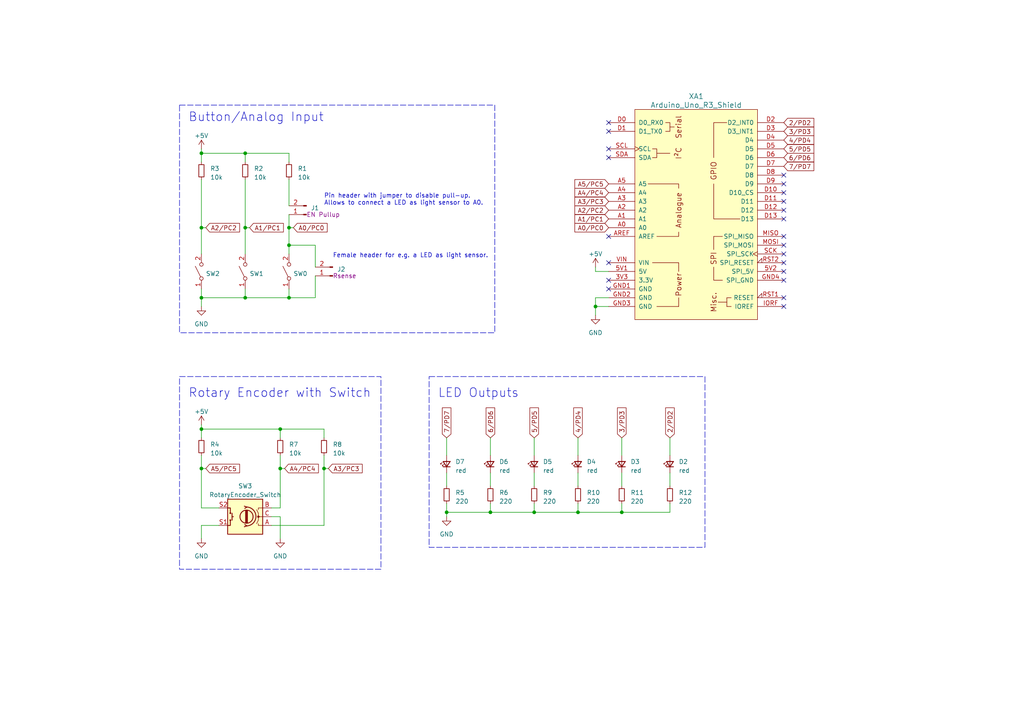
<source format=kicad_sch>
(kicad_sch (version 20230121) (generator eeschema)
  (paper "A4")
  (title_block (title "Simple IO Shield") (date "2023-03-08") (rev "rev0") (company "HTL Weiz") (comment 1 "wu@htlweiz.at") (comment 2 "https://github.com/htlweiz/simple-io-shield"))
  (lib_symbols
    (symbol "Connector:Conn_01x02_Pin" (pin_names (offset 1.016) hide)
      (property "Reference" "J" (at 0 2.54 0))
      (property "Value" "Conn_01x02_Pin" (at 0 -5.08 0))
      (symbol "Conn_01x02_Pin_1_1"
        (polyline (pts (xy 1.27 -2.54) (xy 0.8636 -2.54)) (stroke (width 0.1524)))
        (polyline (pts (xy 1.27 0) (xy 0.8636 0)) (stroke (width 0.1524)))
        (rectangle (start 0.8636 -2.413) (end 0 -2.667) (stroke (width 0.1524)) (fill (type outline)))
        (rectangle (start 0.8636 0.127) (end 0 -0.127) (stroke (width 0.1524)) (fill (type outline)))
        (pin passive line (at 5.08 0 180) (length 3.81) (name "Pin_1") (number "1"))
        (pin passive line (at 5.08 -2.54 180) (length 3.81) (name "Pin_2") (number "2"))
      )
    )
    (symbol "Device:LED_Small" (pin_numbers hide) (pin_names (offset 0.254) hide)
      (property "Reference" "D" (at -1.27 3.175 0))
      (property "Value" "LED_Small" (at -4.445 -2.54 0))
      (symbol "LED_Small_0_1"
        (polyline (pts (xy -0.762 -1.016) (xy -0.762 1.016)) (stroke (width 0.254)))
        (polyline (pts (xy 1.016 0) (xy -0.762 0)))
        (polyline (pts (xy 0.762 -1.016) (xy -0.762 0) (xy 0.762 1.016) (xy 0.762 -1.016)) (stroke (width 0.254)))
        (polyline (pts (xy 0 0.762) (xy -0.508 1.27) (xy -0.254 1.27) (xy -0.508 1.27) (xy -0.508 1.016)))
        (polyline (pts (xy 0.508 1.27) (xy 0 1.778) (xy 0.254 1.778) (xy 0 1.778) (xy 0 1.524)))
      )
      (symbol "LED_Small_1_1"
        (pin passive line (at -2.54 0 0) (length 1.778) (name "K") (number "1"))
        (pin passive line (at 2.54 0 180) (length 1.778) (name "A") (number "2"))
      )
    )
    (symbol "Device:R_Small" (pin_numbers hide) (pin_names (offset 0.254) hide)
      (property "Reference" "R" (at 0.762 0.508 0))
      (property "Value" "R_Small" (at 0.762 -1.016 0))
      (symbol "R_Small_0_1"
        (rectangle (start -0.762 1.778) (end 0.762 -1.778) (stroke (width 0.2032)))
      )
      (symbol "R_Small_1_1"
        (pin passive line (at 0 2.54 270) (length 0.762) (name "~") (number "1"))
        (pin passive line (at 0 -2.54 90) (length 0.762) (name "~") (number "2"))
      )
    )
    (symbol "Device:RotaryEncoder_Switch" (pin_names (offset 0.254) hide)
      (property "Reference" "SW" (at 0 6.604 0))
      (property "Value" "RotaryEncoder_Switch" (at 0 -6.604 0))
      (symbol "RotaryEncoder_Switch_0_1"
        (rectangle (start -5.08 5.08) (end 5.08 -5.08) (stroke (width 0.254)) (fill (type background)))
        (circle (center -3.81 0) (radius 0.254) (fill (type outline)))
        (circle (center -0.381 0) (radius 1.905) (stroke (width 0.254)))
        (arc (start -0.381 2.667) (mid -3.0988 -0.0635) (end -0.381 -2.794) (stroke (width 0.254)))
        (polyline (pts (xy -0.635 -1.778) (xy -0.635 1.778)) (stroke (width 0.254)))
        (polyline (pts (xy -0.381 -1.778) (xy -0.381 1.778)) (stroke (width 0.254)))
        (polyline (pts (xy -0.127 1.778) (xy -0.127 -1.778)) (stroke (width 0.254)))
        (polyline (pts (xy 3.81 0) (xy 3.429 0)) (stroke (width 0.254)))
        (polyline (pts (xy 3.81 1.016) (xy 3.81 -1.016)) (stroke (width 0.254)))
        (polyline (pts (xy -5.08 -2.54) (xy -3.81 -2.54) (xy -3.81 -2.032)))
        (polyline (pts (xy -5.08 2.54) (xy -3.81 2.54) (xy -3.81 2.032)))
        (polyline (pts (xy 0.254 -3.048) (xy -0.508 -2.794) (xy 0.127 -2.413)) (stroke (width 0.254)))
        (polyline (pts (xy 0.254 2.921) (xy -0.508 2.667) (xy 0.127 2.286)) (stroke (width 0.254)))
        (polyline (pts (xy 5.08 -2.54) (xy 4.318 -2.54) (xy 4.318 -1.016)) (stroke (width 0.254)))
        (polyline (pts (xy 5.08 2.54) (xy 4.318 2.54) (xy 4.318 1.016)) (stroke (width 0.254)))
        (polyline (pts (xy -5.08 0) (xy -3.81 0) (xy -3.81 -1.016) (xy -3.302 -2.032)))
        (polyline (pts (xy -4.318 0) (xy -3.81 0) (xy -3.81 1.016) (xy -3.302 2.032)))
        (circle (center 4.318 -1.016) (radius 0.127) (stroke (width 0.254)))
        (circle (center 4.318 1.016) (radius 0.127) (stroke (width 0.254)))
      )
      (symbol "RotaryEncoder_Switch_1_1"
        (pin passive line (at -7.62 2.54 0) (length 2.54) (name "A") (number "A"))
        (pin passive line (at -7.62 -2.54 0) (length 2.54) (name "B") (number "B"))
        (pin passive line (at -7.62 0 0) (length 2.54) (name "C") (number "C"))
        (pin passive line (at 7.62 2.54 180) (length 2.54) (name "S1") (number "S1"))
        (pin passive line (at 7.62 -2.54 180) (length 2.54) (name "S2") (number "S2"))
      )
    )
    (symbol "PCM_arduino-library:Arduino_Uno_R3_Shield" (pin_names (offset 1.016))
      (property "Reference" "XA" (at 0 36.83 0))
      (property "Value" "Arduino_Uno_R3_Shield" (at 0 33.02 0))
      (symbol "Arduino_Uno_R3_Shield_0_0"
        (rectangle (start -17.78 30.48) (end 17.78 -30.48) (fill (type background)))
        (rectangle (start -12.7 -13.97) (end -5.08 -13.97))
        (rectangle (start -11.43 -26.67) (end -5.08 -26.67))
        (polyline (pts (xy -11.43 17.78) (xy -7.62 17.78)))
        (polyline (pts (xy -7.62 25.4) (xy -6.35 25.4)))
        (polyline (pts (xy -5.08 -26.67) (xy -5.08 -24.13)))
        (polyline (pts (xy -5.08 -15.24) (xy -5.08 -16.51)))
        (polyline (pts (xy -5.08 -13.97) (xy -5.08 -15.24)))
        (polyline (pts (xy -5.08 -5.08) (xy -5.08 -6.35) (xy -11.43 -6.35)))
        (polyline (pts (xy -5.08 7.62) (xy -5.08 8.89) (xy -13.97 8.89)))
        (polyline (pts (xy 5.08 8.89) (xy 5.08 -1.27) (xy 12.7 -1.27)))
        (polyline (pts (xy 5.08 16.51) (xy 5.08 26.67) (xy 8.89 26.67)))
        (polyline (pts (xy -12.7 19.05) (xy -11.43 19.05) (xy -11.43 16.51) (xy -12.7 16.51)))
        (polyline (pts (xy -8.89 26.67) (xy -7.62 26.67) (xy -7.62 24.13) (xy -8.89 24.13)))
        (rectangle (start 5.08 -19.05) (end 5.08 -15.24))
        (rectangle (start 5.08 -19.05) (end 7.62 -19.05))
        (rectangle (start 5.08 -10.16) (end 5.08 -6.35))
        (rectangle (start 7.62 -6.35) (end 5.08 -6.35))
        (rectangle (start 8.89 -25.4) (end 6.35 -25.4))
        (rectangle (start 8.89 -24.13) (end 8.89 -26.67))
        (rectangle (start 10.16 -26.67) (end 8.89 -26.67))
        (rectangle (start 10.16 -24.13) (end 8.89 -24.13))
        (text "Analogue" (at -5.08 1.27 900) (effects (font (size 1.524 1.524))))
        (text "I²C" (at -5.08 17.78 900) (effects (font (size 1.524 1.524))))
        (text "Misc." (at 5.08 -25.4 900) (effects (font (size 1.524 1.524))))
        (text "Power" (at -5.08 -20.32 900) (effects (font (size 1.524 1.524))))
        (text "Serial" (at -5.08 25.4 900) (effects (font (size 1.524 1.524))))
        (text "SPI" (at 5.08 -12.7 900) (effects (font (size 1.524 1.524))))
      )
      (symbol "Arduino_Uno_R3_Shield_1_0"
        (text "GPIO" (at 5.08 12.7 900) (effects (font (size 1.524 1.524))))
      )
      (symbol "Arduino_Uno_R3_Shield_1_1"
        (pin power_out line (at -25.4 -19.05 0) (length 7.62) (name "3.3V") (number "3V3"))
        (pin power_in line (at -25.4 -16.51 0) (length 7.62) (name "5V") (number "5V1"))
        (pin power_in line (at 25.4 -16.51 180) (length 7.62) (name "SPI_5V") (number "5V2"))
        (pin bidirectional line (at -25.4 -3.81 0) (length 7.62) (name "A0") (number "A0"))
        (pin bidirectional line (at -25.4 -1.27 0) (length 7.62) (name "A1") (number "A1"))
        (pin bidirectional line (at -25.4 1.27 0) (length 7.62) (name "A2") (number "A2"))
        (pin bidirectional line (at -25.4 3.81 0) (length 7.62) (name "A3") (number "A3"))
        (pin bidirectional line (at -25.4 6.35 0) (length 7.62) (name "A4") (number "A4"))
        (pin bidirectional line (at -25.4 8.89 0) (length 7.62) (name "A5") (number "A5"))
        (pin input line (at -25.4 -6.35 0) (length 7.62) (name "AREF") (number "AREF"))
        (pin bidirectional line (at -25.4 26.67 0) (length 7.62) (name "D0_RX0") (number "D0"))
        (pin bidirectional line (at -25.4 24.13 0) (length 7.62) (name "D1_TX0") (number "D1"))
        (pin bidirectional line (at 25.4 6.35 180) (length 7.62) (name "D10_CS") (number "D10"))
        (pin bidirectional line (at 25.4 3.81 180) (length 7.62) (name "D11") (number "D11"))
        (pin bidirectional line (at 25.4 1.27 180) (length 7.62) (name "D12") (number "D12"))
        (pin bidirectional line (at 25.4 -1.27 180) (length 7.62) (name "D13") (number "D13"))
        (pin bidirectional line (at 25.4 26.67 180) (length 7.62) (name "D2_INT0") (number "D2"))
        (pin bidirectional line (at 25.4 24.13 180) (length 7.62) (name "D3_INT1") (number "D3"))
        (pin bidirectional line (at 25.4 21.59 180) (length 7.62) (name "D4") (number "D4"))
        (pin bidirectional line (at 25.4 19.05 180) (length 7.62) (name "D5") (number "D5"))
        (pin bidirectional line (at 25.4 16.51 180) (length 7.62) (name "D6") (number "D6"))
        (pin bidirectional line (at 25.4 13.97 180) (length 7.62) (name "D7") (number "D7"))
        (pin bidirectional line (at 25.4 11.43 180) (length 7.62) (name "D8") (number "D8"))
        (pin bidirectional line (at 25.4 8.89 180) (length 7.62) (name "D9") (number "D9"))
        (pin power_in line (at -25.4 -21.59 0) (length 7.62) (name "GND") (number "GND1"))
        (pin power_in line (at -25.4 -24.13 0) (length 7.62) (name "GND") (number "GND2"))
        (pin power_in line (at -25.4 -26.67 0) (length 7.62) (name "GND") (number "GND3"))
        (pin power_in line (at 25.4 -19.05 180) (length 7.62) (name "SPI_GND") (number "GND4"))
        (pin output line (at 25.4 -26.67 180) (length 7.62) (name "IOREF") (number "IORF"))
        (pin input line (at 25.4 -6.35 180) (length 7.62) (name "SPI_MISO") (number "MISO"))
        (pin output line (at 25.4 -8.89 180) (length 7.62) (name "SPI_MOSI") (number "MOSI"))
        (pin open_collector input_low (at 25.4 -24.13 180) (length 7.62) (name "RESET") (number "RST1"))
        (pin open_collector input_low (at 25.4 -13.97 180) (length 7.62) (name "SPI_RESET") (number "RST2"))
        (pin output clock (at 25.4 -11.43 180) (length 7.62) (name "SPI_SCK") (number "SCK"))
        (pin bidirectional clock (at -25.4 19.05 0) (length 7.62) (name "SCL") (number "SCL"))
        (pin bidirectional line (at -25.4 16.51 0) (length 7.62) (name "SDA") (number "SDA"))
        (pin power_in line (at -25.4 -13.97 0) (length 7.62) (name "VIN") (number "VIN"))
      )
    )
    (symbol "Switch:SW_SPST" (pin_names (offset 0) hide)
      (property "Reference" "SW" (at 0 3.175 0))
      (property "Value" "SW_SPST" (at 0 -2.54 0))
      (symbol "SW_SPST_0_0"
        (circle (center -2.032 0) (radius 0.508))
        (polyline (pts (xy -1.524 0.254) (xy 1.524 1.778)))
        (circle (center 2.032 0) (radius 0.508))
      )
      (symbol "SW_SPST_1_1"
        (pin passive line (at -5.08 0 0) (length 2.54) (name "A") (number "1"))
        (pin passive line (at 5.08 0 180) (length 2.54) (name "B") (number "2"))
      )
    )
    (symbol "power:+5V" (power) (pin_names (offset 0))
      (property "Value" "+5V" (at 0 3.556 0))
      (symbol "+5V_0_1"
        (polyline (pts (xy -0.762 1.27) (xy 0 2.54)))
        (polyline (pts (xy 0 0) (xy 0 2.54)))
        (polyline (pts (xy 0 2.54) (xy 0.762 1.27)))
      )
      (symbol "+5V_1_1"
        (pin power_in line (at 0 0 90) (length 0) hide (name "+5V") (number "1"))
      )
    )
    (symbol "power:GND" (power) (pin_names (offset 0))
      (property "Value" "GND" (at 0 -3.81 0))
      (symbol "GND_0_1"
        (polyline (pts (xy 0 0) (xy 0 -1.27) (xy 1.27 -1.27) (xy 0 -2.54) (xy -1.27 -1.27) (xy 0 -1.27)))
      )
      (symbol "GND_1_1"
        (pin power_in line (at 0 0 270) (length 0) hide (name "GND") (number "1"))
      )
    )
  )
  (junction (at 83.82 86.36))
  (junction (at 83.82 66.04))
  (junction (at 142.24 148.59))
  (junction (at 58.42 124.46))
  (junction (at 81.28 124.46))
  (junction (at 167.64 148.59))
  (junction (at 93.98 135.89))
  (junction (at 58.42 44.45))
  (junction (at 58.42 135.89))
  (junction (at 58.42 86.36))
  (junction (at 81.28 135.89))
  (junction (at 172.72 88.9))
  (junction (at 71.12 66.04))
  (junction (at 180.34 148.59))
  (junction (at 71.12 86.36))
  (junction (at 58.42 66.04))
  (junction (at 71.12 44.45))
  (junction (at 83.82 71.12))
  (junction (at 129.54 148.59))
  (junction (at 154.94 148.59))
  (no_connect (at 227.33 58.42))
  (no_connect (at 227.33 71.12))
  (no_connect (at 227.33 81.28))
  (no_connect (at 227.33 55.88))
  (no_connect (at 176.53 81.28))
  (no_connect (at 227.33 60.96))
  (no_connect (at 176.53 76.2))
  (no_connect (at 227.33 53.34))
  (no_connect (at 227.33 63.5))
  (no_connect (at 176.53 68.58))
  (no_connect (at 227.33 50.8))
  (no_connect (at 227.33 78.74))
  (no_connect (at 176.53 38.1))
  (no_connect (at 176.53 43.18))
  (no_connect (at 227.33 86.36))
  (no_connect (at 176.53 35.56))
  (no_connect (at 176.53 45.72))
  (no_connect (at 227.33 73.66))
  (no_connect (at 227.33 76.2))
  (no_connect (at 227.33 68.58))
  (no_connect (at 227.33 88.9))
  (no_connect (at 176.53 83.82))
  (wire (pts (xy 83.82 66.04) (xy 83.82 71.12)))
  (wire (pts (xy 83.82 52.07) (xy 83.82 59.69)))
  (wire (pts (xy 58.42 43.18) (xy 58.42 44.45)))
  (wire (pts (xy 83.82 83.82) (xy 83.82 86.36)))
  (wire (pts (xy 58.42 156.21) (xy 58.42 152.4)))
  (wire (pts (xy 83.82 44.45) (xy 83.82 46.99)))
  (wire (pts (xy 129.54 127) (xy 129.54 132.08)))
  (wire (pts (xy 172.72 91.44) (xy 172.72 88.9)))
  (wire (pts (xy 93.98 135.89) (xy 93.98 132.08)))
  (wire (pts (xy 81.28 124.46) (xy 93.98 124.46)))
  (wire (pts (xy 58.42 124.46) (xy 81.28 124.46)))
  (wire (pts (xy 167.64 127) (xy 167.64 132.08)))
  (wire (pts (xy 78.74 152.4) (xy 93.98 152.4)))
  (wire (pts (xy 129.54 148.59) (xy 142.24 148.59)))
  (wire (pts (xy 58.42 135.89) (xy 58.42 147.32)))
  (wire (pts (xy 129.54 137.16) (xy 129.54 140.97)))
  (wire (pts (xy 129.54 148.59) (xy 129.54 149.86)))
  (wire (pts (xy 58.42 132.08) (xy 58.42 135.89)))
  (wire (pts (xy 71.12 83.82) (xy 71.12 86.36)))
  (wire (pts (xy 58.42 135.89) (xy 59.69 135.89)))
  (wire (pts (xy 167.64 148.59) (xy 180.34 148.59)))
  (wire (pts (xy 172.72 88.9) (xy 172.72 86.36)))
  (wire (pts (xy 58.42 152.4) (xy 63.5 152.4)))
  (wire (pts (xy 142.24 137.16) (xy 142.24 140.97)))
  (wire (pts (xy 81.28 135.89) (xy 82.55 135.89)))
  (wire (pts (xy 81.28 147.32) (xy 81.28 135.89)))
  (wire (pts (xy 172.72 88.9) (xy 176.53 88.9)))
  (wire (pts (xy 72.39 66.04) (xy 71.12 66.04)))
  (wire (pts (xy 142.24 146.05) (xy 142.24 148.59)))
  (wire (pts (xy 154.94 137.16) (xy 154.94 140.97)))
  (wire (pts (xy 93.98 135.89) (xy 95.25 135.89)))
  (wire (pts (xy 91.44 77.47) (xy 91.44 71.12)))
  (wire (pts (xy 194.31 148.59) (xy 194.31 146.05)))
  (wire (pts (xy 71.12 44.45) (xy 83.82 44.45)))
  (wire (pts (xy 63.5 147.32) (xy 58.42 147.32)))
  (wire (pts (xy 71.12 66.04) (xy 71.12 73.66)))
  (wire (pts (xy 91.44 71.12) (xy 83.82 71.12)))
  (wire (pts (xy 83.82 66.04) (xy 85.09 66.04)))
  (wire (pts (xy 58.42 86.36) (xy 71.12 86.36)))
  (wire (pts (xy 93.98 152.4) (xy 93.98 135.89)))
  (wire (pts (xy 129.54 146.05) (xy 129.54 148.59)))
  (wire (pts (xy 58.42 44.45) (xy 58.42 46.99)))
  (wire (pts (xy 91.44 80.01) (xy 91.44 86.36)))
  (wire (pts (xy 58.42 124.46) (xy 58.42 127)))
  (wire (pts (xy 154.94 127) (xy 154.94 132.08)))
  (wire (pts (xy 71.12 44.45) (xy 71.12 46.99)))
  (wire (pts (xy 58.42 86.36) (xy 58.42 88.9)))
  (wire (pts (xy 180.34 137.16) (xy 180.34 140.97)))
  (wire (pts (xy 154.94 146.05) (xy 154.94 148.59)))
  (wire (pts (xy 58.42 66.04) (xy 58.42 73.66)))
  (wire (pts (xy 180.34 127) (xy 180.34 132.08)))
  (wire (pts (xy 58.42 52.07) (xy 58.42 66.04)))
  (wire (pts (xy 172.72 86.36) (xy 176.53 86.36)))
  (wire (pts (xy 59.69 66.04) (xy 58.42 66.04)))
  (wire (pts (xy 93.98 124.46) (xy 93.98 127)))
  (wire (pts (xy 58.42 123.19) (xy 58.42 124.46)))
  (wire (pts (xy 180.34 146.05) (xy 180.34 148.59)))
  (wire (pts (xy 83.82 62.23) (xy 83.82 66.04)))
  (wire (pts (xy 194.31 127) (xy 194.31 132.08)))
  (wire (pts (xy 58.42 44.45) (xy 71.12 44.45)))
  (wire (pts (xy 71.12 86.36) (xy 83.82 86.36)))
  (wire (pts (xy 142.24 127) (xy 142.24 132.08)))
  (wire (pts (xy 172.72 78.74) (xy 176.53 78.74)))
  (wire (pts (xy 194.31 137.16) (xy 194.31 140.97)))
  (wire (pts (xy 81.28 135.89) (xy 81.28 132.08)))
  (wire (pts (xy 71.12 52.07) (xy 71.12 66.04)))
  (wire (pts (xy 91.44 86.36) (xy 83.82 86.36)))
  (wire (pts (xy 172.72 77.47) (xy 172.72 78.74)))
  (wire (pts (xy 78.74 147.32) (xy 81.28 147.32)))
  (wire (pts (xy 167.64 137.16) (xy 167.64 140.97)))
  (wire (pts (xy 167.64 146.05) (xy 167.64 148.59)))
  (wire (pts (xy 154.94 148.59) (xy 167.64 148.59)))
  (wire (pts (xy 81.28 156.21) (xy 81.28 149.86)))
  (wire (pts (xy 81.28 124.46) (xy 81.28 127)))
  (wire (pts (xy 83.82 71.12) (xy 83.82 73.66)))
  (wire (pts (xy 81.28 149.86) (xy 78.74 149.86)))
  (wire (pts (xy 180.34 148.59) (xy 194.31 148.59)))
  (wire (pts (xy 142.24 148.59) (xy 154.94 148.59)))
  (wire (pts (xy 58.42 83.82) (xy 58.42 86.36)))
  (rectangle (start 124.46 109.22) (end 204.47 158.75) (stroke (width 0) (type dash)))
  (rectangle (start 52.07 30.48) (end 143.51 96.52) (stroke (width 0) (type dash)))
  (rectangle (start 52.07 109.22) (end 110.49 165.1) (stroke (width 0) (type dash)))
  (text "LED Outputs" (at 127 115.57 0) (effects (font (size 2.54 2.54)) (justify left bottom)))
  (text "Female header for e.g. a LED as light sensor." (at 96.52 74.93 0) (effects (font (size 1.27 1.27)) (justify left bottom)))
  (text "Button/Analog Input" (at 54.61 35.56 0) (effects (font (size 2.54 2.54)) (justify left bottom)))
  (text "Rotary Encoder with Switch" (at 54.61 115.57 0) (effects (font (size 2.54 2.54)) (justify left bottom)))
  (text "Pin header with jumper to disable pull-up.\nAllows to connect a LED as light sensor to A0." (at 93.98 59.69 0) (effects (font (size 1.27 1.27)) (justify left bottom)))
  (global_label "7{slash}PD7" (shape input) (at 227.33 48.26 0) (property "Intersheetrefs" "${INTERSHEET_REFS}" (effects hide)))
  (global_label "A3{slash}PC3" (shape input) (at 176.53 58.42 180) (property "Intersheetrefs" "${INTERSHEET_REFS}" (effects hide)))
  (global_label "4{slash}PD4" (shape input) (at 227.33 40.64 0) (property "Intersheetrefs" "${INTERSHEET_REFS}" (effects hide)))
  (global_label "2{slash}PD2" (shape input) (at 194.31 127 90) (property "Intersheetrefs" "${INTERSHEET_REFS}" (effects hide)))
  (global_label "7{slash}PD7" (shape input) (at 129.54 127 90) (property "Intersheetrefs" "${INTERSHEET_REFS}" (effects hide)))
  (global_label "A4{slash}PC4" (shape input) (at 176.53 55.88 180) (property "Intersheetrefs" "${INTERSHEET_REFS}" (effects hide)))
  (global_label "A5{slash}PC5" (shape input) (at 176.53 53.34 180) (property "Intersheetrefs" "${INTERSHEET_REFS}" (effects hide)))
  (global_label "A1{slash}PC1" (shape input) (at 72.39 66.04 0) (property "Intersheetrefs" "${INTERSHEET_REFS}" (effects hide)))
  (global_label "A3{slash}PC3" (shape input) (at 95.25 135.89 0) (property "Intersheetrefs" "${INTERSHEET_REFS}" (effects hide)))
  (global_label "A2{slash}PC2" (shape input) (at 59.69 66.04 0) (property "Intersheetrefs" "${INTERSHEET_REFS}" (effects hide)))
  (global_label "5{slash}PD5" (shape input) (at 227.33 43.18 0) (property "Intersheetrefs" "${INTERSHEET_REFS}" (effects hide)))
  (global_label "A1{slash}PC1" (shape input) (at 176.53 63.5 180) (property "Intersheetrefs" "${INTERSHEET_REFS}" (effects hide)))
  (global_label "A2{slash}PC2" (shape input) (at 176.53 60.96 180) (property "Intersheetrefs" "${INTERSHEET_REFS}" (effects hide)))
  (global_label "3{slash}PD3" (shape input) (at 180.34 127 90) (property "Intersheetrefs" "${INTERSHEET_REFS}" (effects hide)))
  (global_label "6{slash}PD6" (shape input) (at 142.24 127 90) (property "Intersheetrefs" "${INTERSHEET_REFS}" (effects hide)))
  (global_label "A0{slash}PC0" (shape input) (at 85.09 66.04 0) (property "Intersheetrefs" "${INTERSHEET_REFS}" (effects hide)))
  (global_label "A4{slash}PC4" (shape input) (at 82.55 135.89 0) (property "Intersheetrefs" "${INTERSHEET_REFS}" (effects hide)))
  (global_label "5{slash}PD5" (shape input) (at 154.94 127 90) (property "Intersheetrefs" "${INTERSHEET_REFS}" (effects hide)))
  (global_label "2{slash}PD2" (shape input) (at 227.33 35.56 0) (property "Intersheetrefs" "${INTERSHEET_REFS}" (effects hide)))
  (global_label "A5{slash}PC5" (shape input) (at 59.69 135.89 0) (property "Intersheetrefs" "${INTERSHEET_REFS}" (effects hide)))
  (global_label "4{slash}PD4" (shape input) (at 167.64 127 90) (property "Intersheetrefs" "${INTERSHEET_REFS}" (effects hide)))
  (global_label "6{slash}PD6" (shape input) (at 227.33 45.72 0) (property "Intersheetrefs" "${INTERSHEET_REFS}" (effects hide)))
  (global_label "A0{slash}PC0" (shape input) (at 176.53 66.04 180) (property "Intersheetrefs" "${INTERSHEET_REFS}" (effects hide)))
  (global_label "3{slash}PD3" (shape input) (at 227.33 38.1 0) (property "Intersheetrefs" "${INTERSHEET_REFS}" (effects hide)))
  (symbol (lib_id "power:+5V") (at 58.42 43.18 0) (unit 1)
    (property "Reference" "#PWR04" (effects hide))
    (property "Value" "+5V" (at 58.42 39.37 0))
  )
  (symbol (lib_id "Device:R_Small") (at 83.82 49.53 0) (unit 1)
    (property "Reference" "R1" (at 86.36 48.895 0) (effects (justify left)))
    (property "Value" "10k" (at 86.36 51.435 0) (effects (justify left)))
    (property "Footprint" "Resistor_SMD:R_0402_1005Metric" (effects hide))
  )
  (symbol (lib_id "Device:R_Small") (at 58.42 49.53 0) (unit 1)
    (property "Reference" "R3" (at 60.96 48.895 0) (effects (justify left)))
    (property "Value" "10k" (at 60.96 51.435 0) (effects (justify left)))
    (property "Footprint" "Resistor_SMD:R_0402_1005Metric" (effects hide))
  )
  (symbol (lib_id "Device:R_Small") (at 180.34 143.51 0) (unit 1)
    (property "Reference" "R11" (at 182.88 142.875 0) (effects (justify left)))
    (property "Value" "220" (at 182.88 145.415 0) (effects (justify left)))
    (property "Footprint" "Resistor_SMD:R_0402_1005Metric" (effects hide))
  )
  (symbol (lib_id "Device:LED_Small") (at 167.64 134.62 90) (unit 1)
    (property "Reference" "D4" (at 170.18 133.9215 90) (effects (justify right)))
    (property "Value" "red" (at 170.18 136.4615 90) (effects (justify right)))
    (property "Footprint" "LED_SMD:LED_0603_1608Metric" (effects hide))
  )
  (symbol (lib_id "power:GND") (at 81.28 156.21 0) (unit 1)
    (property "Reference" "#PWR07" (effects hide))
    (property "Value" "GND" (at 81.28 161.29 0))
  )
  (symbol (lib_id "power:GND") (at 129.54 149.86 0) (unit 1)
    (property "Reference" "#PWR08" (effects hide))
    (property "Value" "GND" (at 129.54 154.94 0))
  )
  (symbol (lib_id "Switch:SW_SPST") (at 83.82 78.74 90) (unit 1)
    (property "Reference" "SW0" (at 85.09 79.375 90) (effects (justify right)))
    (property "Value" "SW_SPST" (effects hide))
    (property "Footprint" "simple-io-shield:SW_SPST_TS-1187A" (effects hide))
  )
  (symbol (lib_id "power:GND") (at 172.72 91.44 0) (unit 1)
    (property "Reference" "#PWR02" (effects hide))
    (property "Value" "GND" (at 172.72 96.52 0))
  )
  (symbol (lib_id "Device:R_Small") (at 167.64 143.51 0) (unit 1)
    (property "Reference" "R10" (at 170.18 142.875 0) (effects (justify left)))
    (property "Value" "220" (at 170.18 145.415 0) (effects (justify left)))
    (property "Footprint" "Resistor_SMD:R_0402_1005Metric" (effects hide))
  )
  (symbol (lib_id "Switch:SW_SPST") (at 58.42 78.74 90) (unit 1)
    (property "Reference" "SW2" (at 59.69 79.375 90) (effects (justify right)))
    (property "Value" "SW_SPST" (effects hide))
    (property "Footprint" "simple-io-shield:SW_SPST_TS-1187A" (effects hide))
  )
  (symbol (lib_id "Device:R_Small") (at 93.98 129.54 0) (unit 1)
    (property "Reference" "R8" (at 96.52 128.905 0) (effects (justify left)))
    (property "Value" "10k" (at 96.52 131.445 0) (effects (justify left)))
    (property "Footprint" "Resistor_SMD:R_0402_1005Metric" (effects hide))
  )
  (symbol (lib_id "Device:LED_Small") (at 194.31 134.62 90) (unit 1)
    (property "Reference" "D2" (at 196.85 133.9215 90) (effects (justify right)))
    (property "Value" "red" (at 196.85 136.4615 90) (effects (justify right)))
    (property "Footprint" "LED_SMD:LED_0603_1608Metric" (effects hide))
  )
  (symbol (lib_id "Device:R_Small") (at 71.12 49.53 0) (unit 1)
    (property "Reference" "R2" (at 73.66 48.895 0) (effects (justify left)))
    (property "Value" "10k" (at 73.66 51.435 0) (effects (justify left)))
    (property "Footprint" "Resistor_SMD:R_0402_1005Metric" (effects hide))
  )
  (symbol (lib_id "Device:R_Small") (at 129.54 143.51 0) (unit 1)
    (property "Reference" "R5" (at 132.08 142.875 0) (effects (justify left)))
    (property "Value" "220" (at 132.08 145.415 0) (effects (justify left)))
    (property "Footprint" "Resistor_SMD:R_0402_1005Metric" (effects hide))
  )
  (symbol (lib_id "Device:LED_Small") (at 180.34 134.62 90) (unit 1)
    (property "Reference" "D3" (at 182.88 133.9215 90) (effects (justify right)))
    (property "Value" "red" (at 182.88 136.4615 90) (effects (justify right)))
    (property "Footprint" "LED_SMD:LED_0603_1608Metric" (effects hide))
  )
  (symbol (lib_id "Device:LED_Small") (at 129.54 134.62 90) (unit 1)
    (property "Reference" "D7" (at 132.08 133.9215 90) (effects (justify right)))
    (property "Value" "red" (at 132.08 136.4615 90) (effects (justify right)))
    (property "Footprint" "LED_SMD:LED_0603_1608Metric" (effects hide))
  )
  (symbol (lib_id "Device:R_Small") (at 58.42 129.54 0) (unit 1)
    (property "Reference" "R4" (at 60.96 128.905 0) (effects (justify left)))
    (property "Value" "10k" (at 60.96 131.445 0) (effects (justify left)))
    (property "Footprint" "Resistor_SMD:R_0402_1005Metric" (effects hide))
  )
  (symbol (lib_id "Device:LED_Small") (at 142.24 134.62 90) (unit 1)
    (property "Reference" "D6" (at 144.78 133.9215 90) (effects (justify right)))
    (property "Value" "red" (at 144.78 136.4615 90) (effects (justify right)))
    (property "Footprint" "LED_SMD:LED_0603_1608Metric" (effects hide))
  )
  (symbol (lib_id "power:+5V") (at 58.42 123.19 0) (unit 1)
    (property "Reference" "#PWR05" (effects hide))
    (property "Value" "+5V" (at 58.42 119.38 0))
  )
  (symbol (lib_id "Device:RotaryEncoder_Switch") (at 71.12 149.86 180) (unit 1)
    (property "Reference" "SW3" (at 71.12 140.97 0))
    (property "Value" "RotaryEncoder_Switch" (at 71.12 143.51 0))
    (property "Footprint" "Rotary_Encoder:RotaryEncoder_Alps_EC11E-Switch_Vertical_H20mm" (effects hide))
  )
  (symbol (lib_id "Device:LED_Small") (at 154.94 134.62 90) (unit 1)
    (property "Reference" "D5" (at 157.48 133.9215 90) (effects (justify right)))
    (property "Value" "red" (at 157.48 136.4615 90) (effects (justify right)))
    (property "Footprint" "LED_SMD:LED_0603_1608Metric" (effects hide))
  )
  (symbol (lib_id "Connector:Conn_01x02_Pin") (at 96.52 80.01 180) (unit 1)
    (property "Reference" "J2" (at 97.79 78.105 0) (effects (justify right)))
    (property "Value" "Conn_01x02_Pin" (effects hide))
    (property "Footprint" "Connector_PinSocket_2.54mm:PinSocket_2x01_P2.54mm_Vertical" (effects hide))
    (property "Note" "Rsense" (at 96.52 80.01 0) (effects (justify right)))
  )
  (symbol (lib_id "Device:R_Small") (at 142.24 143.51 0) (unit 1)
    (property "Reference" "R6" (at 144.78 142.875 0) (effects (justify left)))
    (property "Value" "220" (at 144.78 145.415 0) (effects (justify left)))
    (property "Footprint" "Resistor_SMD:R_0402_1005Metric" (effects hide))
  )
  (symbol (lib_id "Device:R_Small") (at 81.28 129.54 0) (unit 1)
    (property "Reference" "R7" (at 83.82 128.905 0) (effects (justify left)))
    (property "Value" "10k" (at 83.82 131.445 0) (effects (justify left)))
    (property "Footprint" "Resistor_SMD:R_0402_1005Metric" (effects hide))
  )
  (symbol (lib_id "power:GND") (at 58.42 156.21 0) (unit 1)
    (property "Reference" "#PWR06" (effects hide))
    (property "Value" "GND" (at 58.42 161.29 0))
  )
  (symbol (lib_id "power:+5V") (at 172.72 77.47 0) (unit 1)
    (property "Reference" "#PWR03" (effects hide))
    (property "Value" "+5V" (at 172.72 73.66 0))
  )
  (symbol (lib_id "Device:R_Small") (at 154.94 143.51 0) (unit 1)
    (property "Reference" "R9" (at 157.48 142.875 0) (effects (justify left)))
    (property "Value" "220" (at 157.48 145.415 0) (effects (justify left)))
    (property "Footprint" "Resistor_SMD:R_0402_1005Metric" (effects hide))
  )
  (symbol (lib_id "Device:R_Small") (at 194.31 143.51 0) (unit 1)
    (property "Reference" "R12" (at 196.85 142.875 0) (effects (justify left)))
    (property "Value" "220" (at 196.85 145.415 0) (effects (justify left)))
    (property "Footprint" "Resistor_SMD:R_0402_1005Metric" (effects hide))
  )
  (symbol (lib_id "Connector:Conn_01x02_Pin") (at 88.9 62.23 180) (unit 1)
    (property "Reference" "J1" (at 90.17 60.325 0) (effects (justify right)))
    (property "Value" "Conn_01x02_Pin" (effects hide))
    (property "Footprint" "Connector_PinHeader_2.54mm:PinHeader_2x01_P2.54mm_Vertical" (effects hide))
    (property "Note" "EN Pullup" (at 88.9 62.23 0) (effects (justify right)))
  )
  (symbol (lib_id "PCM_arduino-library:Arduino_Uno_R3_Shield") (at 201.93 62.23 0) (unit 1)
    (property "Reference" "XA1" (at 201.93 27.94 0) (effects (font (size 1.524 1.524))))
    (property "Value" "Arduino_Uno_R3_Shield" (at 201.93 30.48 0) (effects (font (size 1.524 1.524))))
    (property "Footprint" "PCM_arduino-library:Arduino_Uno_R3_Shield" (effects hide))
    (property "Datasheet" "https://docs.arduino.cc/hardware/uno-rev3" (effects hide))
  )
  (symbol (lib_id "Switch:SW_SPST") (at 71.12 78.74 90) (unit 1)
    (property "Reference" "SW1" (at 72.39 79.375 90) (effects (justify right)))
    (property "Value" "SW_SPST" (effects hide))
    (property "Footprint" "simple-io-shield:SW_SPST_TS-1187A" (effects hide))
  )
  (symbol (lib_id "power:GND") (at 58.42 88.9 0) (unit 1)
    (property "Reference" "#PWR01" (effects hide))
    (property "Value" "GND" (at 58.42 93.98 0))
  )
)
</source>
